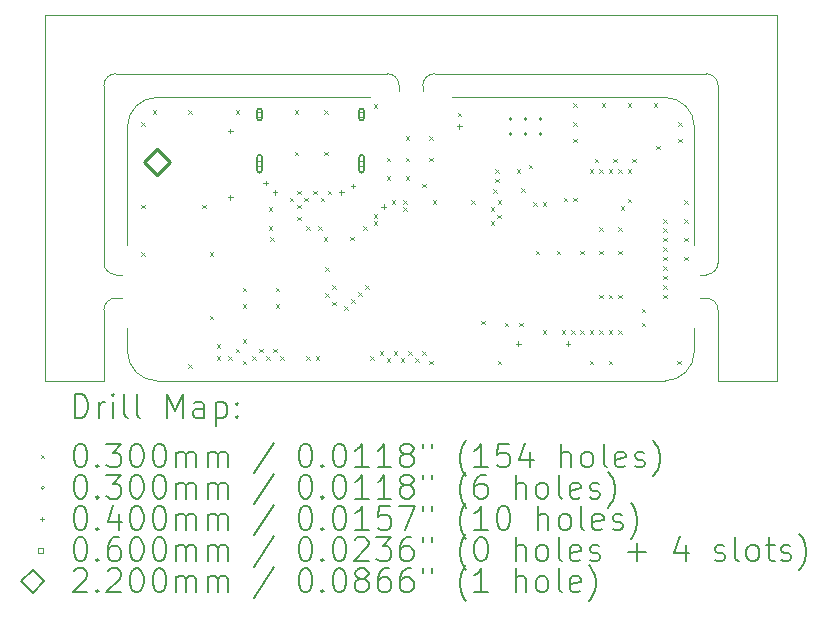
<source format=gbr>
%FSLAX45Y45*%
G04 Gerber Fmt 4.5, Leading zero omitted, Abs format (unit mm)*
G04 Created by KiCad (PCBNEW (6.0.4-0)) date 2022-04-22 14:06:36*
%MOMM*%
%LPD*%
G01*
G04 APERTURE LIST*
%TA.AperFunction,Profile*%
%ADD10C,0.050000*%
%TD*%
%ADD11C,0.200000*%
%ADD12C,0.030000*%
%ADD13C,0.040000*%
%ADD14C,0.060000*%
%ADD15C,0.220000*%
G04 APERTURE END LIST*
D10*
X18350000Y-14575000D02*
X20650000Y-14575000D01*
X20500000Y-14775000D02*
X18700000Y-14775000D01*
X18250000Y-16175000D02*
G75*
G03*
X18350000Y-16275000I100000J0D01*
G01*
X17750000Y-17175000D02*
X18250000Y-17175000D01*
X20750000Y-14725000D02*
X20750000Y-14675000D01*
X23250000Y-16025000D02*
X23250000Y-15025000D01*
X23000000Y-17175000D02*
G75*
G03*
X23250000Y-16925000I0J250000D01*
G01*
X18400000Y-16475000D02*
X18350000Y-16475000D01*
X18400000Y-16275000D02*
X18350000Y-16275000D01*
X23250000Y-16925000D02*
X23250000Y-16725000D01*
X18450000Y-16925000D02*
G75*
G03*
X18700000Y-17175000I250000J0D01*
G01*
X23000000Y-17175000D02*
X18700000Y-17175000D01*
X23950000Y-14075000D02*
X23950000Y-14775000D01*
X23300000Y-16275000D02*
X23350000Y-16275000D01*
X23350000Y-16275000D02*
G75*
G03*
X23450000Y-16175000I0J100000D01*
G01*
X23450000Y-16575000D02*
X23450000Y-17175000D01*
X21050000Y-14575000D02*
G75*
G03*
X20950000Y-14675000I0J-100000D01*
G01*
X23450000Y-14675000D02*
G75*
G03*
X23350000Y-14575000I-100000J0D01*
G01*
X17750000Y-14775000D02*
X17750000Y-14075000D01*
X18250000Y-16175000D02*
X18250000Y-14775000D01*
X18350000Y-14575000D02*
G75*
G03*
X18250000Y-14675000I0J-100000D01*
G01*
X23450000Y-14675000D02*
X23450000Y-16175000D01*
X21050000Y-14575000D02*
X23350000Y-14575000D01*
X23950000Y-17175000D02*
X23950000Y-14775000D01*
X23300000Y-16475000D02*
X23350000Y-16475000D01*
X18350000Y-16475000D02*
G75*
G03*
X18250000Y-16575000I0J-100000D01*
G01*
X18700000Y-14775000D02*
G75*
G03*
X18450000Y-15025000I0J-250000D01*
G01*
X20750000Y-14675000D02*
G75*
G03*
X20650000Y-14575000I-100000J0D01*
G01*
X18250000Y-14775000D02*
X18250000Y-14675000D01*
X23450000Y-17175000D02*
X23950000Y-17175000D01*
X21200000Y-14775000D02*
X23000000Y-14775000D01*
X20950000Y-14725000D02*
X20950000Y-14675000D01*
X17750000Y-14075000D02*
X23950000Y-14075000D01*
X18450000Y-15025000D02*
X18450000Y-16025000D01*
X23250000Y-15025000D02*
G75*
G03*
X23000000Y-14775000I-250000J0D01*
G01*
X17750000Y-14775000D02*
X17750000Y-17175000D01*
X18450000Y-16725000D02*
X18450000Y-16925000D01*
X23450000Y-16575000D02*
G75*
G03*
X23350000Y-16475000I-100000J0D01*
G01*
X18250000Y-17175000D02*
X18250000Y-16575000D01*
D11*
D12*
X18565000Y-14985000D02*
X18595000Y-15015000D01*
X18595000Y-14985000D02*
X18565000Y-15015000D01*
X18565000Y-15685000D02*
X18595000Y-15715000D01*
X18595000Y-15685000D02*
X18565000Y-15715000D01*
X18565000Y-16085000D02*
X18595000Y-16115000D01*
X18595000Y-16085000D02*
X18565000Y-16115000D01*
X18665000Y-14885000D02*
X18695000Y-14915000D01*
X18695000Y-14885000D02*
X18665000Y-14915000D01*
X18965000Y-14885000D02*
X18995000Y-14915000D01*
X18995000Y-14885000D02*
X18965000Y-14915000D01*
X18965000Y-17035000D02*
X18995000Y-17065000D01*
X18995000Y-17035000D02*
X18965000Y-17065000D01*
X19085000Y-15685000D02*
X19115000Y-15715000D01*
X19115000Y-15685000D02*
X19085000Y-15715000D01*
X19145000Y-16085000D02*
X19175000Y-16115000D01*
X19175000Y-16085000D02*
X19145000Y-16115000D01*
X19145000Y-16625000D02*
X19175000Y-16655000D01*
X19175000Y-16625000D02*
X19145000Y-16655000D01*
X19205000Y-16865000D02*
X19235000Y-16895000D01*
X19235000Y-16865000D02*
X19205000Y-16895000D01*
X19205000Y-16965000D02*
X19235000Y-16995000D01*
X19235000Y-16965000D02*
X19205000Y-16995000D01*
X19305000Y-16965000D02*
X19335000Y-16995000D01*
X19335000Y-16965000D02*
X19305000Y-16995000D01*
X19365000Y-14885000D02*
X19395000Y-14915000D01*
X19395000Y-14885000D02*
X19365000Y-14915000D01*
X19365000Y-16905000D02*
X19395000Y-16935000D01*
X19395000Y-16905000D02*
X19365000Y-16935000D01*
X19425000Y-16385000D02*
X19455000Y-16415000D01*
X19455000Y-16385000D02*
X19425000Y-16415000D01*
X19425000Y-16525000D02*
X19455000Y-16555000D01*
X19455000Y-16525000D02*
X19425000Y-16555000D01*
X19425000Y-16825000D02*
X19455000Y-16855000D01*
X19455000Y-16825000D02*
X19425000Y-16855000D01*
X19425000Y-17005000D02*
X19455000Y-17035000D01*
X19455000Y-17005000D02*
X19425000Y-17035000D01*
X19505000Y-16965000D02*
X19535000Y-16995000D01*
X19535000Y-16965000D02*
X19505000Y-16995000D01*
X19565000Y-16905000D02*
X19595000Y-16935000D01*
X19595000Y-16905000D02*
X19565000Y-16935000D01*
X19625000Y-16965000D02*
X19655000Y-16995000D01*
X19655000Y-16965000D02*
X19625000Y-16995000D01*
X19645000Y-15705000D02*
X19675000Y-15735000D01*
X19675000Y-15705000D02*
X19645000Y-15735000D01*
X19645000Y-15865000D02*
X19675000Y-15895000D01*
X19675000Y-15865000D02*
X19645000Y-15895000D01*
X19660000Y-15960000D02*
X19690000Y-15990000D01*
X19690000Y-15960000D02*
X19660000Y-15990000D01*
X19685000Y-16905000D02*
X19715000Y-16935000D01*
X19715000Y-16905000D02*
X19685000Y-16935000D01*
X19705000Y-16385000D02*
X19735000Y-16415000D01*
X19735000Y-16385000D02*
X19705000Y-16415000D01*
X19705000Y-16525000D02*
X19735000Y-16555000D01*
X19735000Y-16525000D02*
X19705000Y-16555000D01*
X19745000Y-16965000D02*
X19775000Y-16995000D01*
X19775000Y-16965000D02*
X19745000Y-16995000D01*
X19825000Y-15625000D02*
X19855000Y-15655000D01*
X19855000Y-15625000D02*
X19825000Y-15655000D01*
X19865000Y-14885000D02*
X19895000Y-14915000D01*
X19895000Y-14885000D02*
X19865000Y-14915000D01*
X19865000Y-15235000D02*
X19895000Y-15265000D01*
X19895000Y-15235000D02*
X19865000Y-15265000D01*
X19885000Y-15565000D02*
X19915000Y-15595000D01*
X19915000Y-15565000D02*
X19885000Y-15595000D01*
X19885000Y-15685000D02*
X19915000Y-15715000D01*
X19915000Y-15685000D02*
X19885000Y-15715000D01*
X19885000Y-15785000D02*
X19915000Y-15815000D01*
X19915000Y-15785000D02*
X19885000Y-15815000D01*
X19945000Y-15625000D02*
X19975000Y-15655000D01*
X19975000Y-15625000D02*
X19945000Y-15655000D01*
X19965000Y-15865000D02*
X19995000Y-15895000D01*
X19995000Y-15865000D02*
X19965000Y-15895000D01*
X19965000Y-16965000D02*
X19995000Y-16995000D01*
X19995000Y-16965000D02*
X19965000Y-16995000D01*
X20025000Y-15565000D02*
X20055000Y-15595000D01*
X20055000Y-15565000D02*
X20025000Y-15595000D01*
X20045000Y-16965000D02*
X20075000Y-16995000D01*
X20075000Y-16965000D02*
X20045000Y-16995000D01*
X20065000Y-15865000D02*
X20095000Y-15895000D01*
X20095000Y-15865000D02*
X20065000Y-15895000D01*
X20085000Y-15625000D02*
X20115000Y-15655000D01*
X20115000Y-15625000D02*
X20085000Y-15655000D01*
X20110000Y-15960000D02*
X20140000Y-15990000D01*
X20140000Y-15960000D02*
X20110000Y-15990000D01*
X20115000Y-14885000D02*
X20145000Y-14915000D01*
X20145000Y-14885000D02*
X20115000Y-14915000D01*
X20115000Y-15235000D02*
X20145000Y-15265000D01*
X20145000Y-15235000D02*
X20115000Y-15265000D01*
X20125000Y-16215000D02*
X20155000Y-16245000D01*
X20155000Y-16215000D02*
X20125000Y-16245000D01*
X20125000Y-16435000D02*
X20155000Y-16465000D01*
X20155000Y-16435000D02*
X20125000Y-16465000D01*
X20145000Y-15565000D02*
X20175000Y-15595000D01*
X20175000Y-15565000D02*
X20145000Y-15595000D01*
X20185000Y-16365000D02*
X20215000Y-16395000D01*
X20215000Y-16365000D02*
X20185000Y-16395000D01*
X20185000Y-16505000D02*
X20215000Y-16535000D01*
X20215000Y-16505000D02*
X20185000Y-16535000D01*
X20285000Y-16545000D02*
X20315000Y-16575000D01*
X20315000Y-16545000D02*
X20285000Y-16575000D01*
X20335000Y-15955000D02*
X20365000Y-15985000D01*
X20365000Y-15955000D02*
X20335000Y-15985000D01*
X20345000Y-16485000D02*
X20375000Y-16515000D01*
X20375000Y-16485000D02*
X20345000Y-16515000D01*
X20405000Y-16425000D02*
X20435000Y-16455000D01*
X20435000Y-16425000D02*
X20405000Y-16455000D01*
X20445000Y-15865000D02*
X20475000Y-15895000D01*
X20475000Y-15865000D02*
X20445000Y-15895000D01*
X20465000Y-16365000D02*
X20495000Y-16395000D01*
X20495000Y-16365000D02*
X20465000Y-16395000D01*
X20505000Y-16965000D02*
X20535000Y-16995000D01*
X20535000Y-16965000D02*
X20505000Y-16995000D01*
X20535000Y-14835000D02*
X20565000Y-14865000D01*
X20565000Y-14835000D02*
X20535000Y-14865000D01*
X20535000Y-15765000D02*
X20565000Y-15795000D01*
X20565000Y-15765000D02*
X20535000Y-15795000D01*
X20535000Y-15825000D02*
X20565000Y-15855000D01*
X20565000Y-15825000D02*
X20535000Y-15855000D01*
X20585000Y-16925000D02*
X20615000Y-16955000D01*
X20615000Y-16925000D02*
X20585000Y-16955000D01*
X20645000Y-15285000D02*
X20675000Y-15315000D01*
X20675000Y-15285000D02*
X20645000Y-15315000D01*
X20645000Y-15445000D02*
X20675000Y-15475000D01*
X20675000Y-15445000D02*
X20645000Y-15475000D01*
X20645000Y-16985000D02*
X20675000Y-17015000D01*
X20675000Y-16985000D02*
X20645000Y-17015000D01*
X20685454Y-15644773D02*
X20715454Y-15674773D01*
X20715454Y-15644773D02*
X20685454Y-15674773D01*
X20705000Y-16925000D02*
X20735000Y-16955000D01*
X20735000Y-16925000D02*
X20705000Y-16955000D01*
X20765000Y-16985000D02*
X20795000Y-17015000D01*
X20795000Y-16985000D02*
X20765000Y-17015000D01*
X20785000Y-15645000D02*
X20815000Y-15675000D01*
X20815000Y-15645000D02*
X20785000Y-15675000D01*
X20785000Y-15705000D02*
X20815000Y-15735000D01*
X20815000Y-15705000D02*
X20785000Y-15735000D01*
X20805000Y-15105000D02*
X20835000Y-15135000D01*
X20835000Y-15105000D02*
X20805000Y-15135000D01*
X20805000Y-15285000D02*
X20835000Y-15315000D01*
X20835000Y-15285000D02*
X20805000Y-15315000D01*
X20805000Y-15445000D02*
X20835000Y-15475000D01*
X20835000Y-15445000D02*
X20805000Y-15475000D01*
X20825000Y-16925000D02*
X20855000Y-16955000D01*
X20855000Y-16925000D02*
X20825000Y-16955000D01*
X20885000Y-16985000D02*
X20915000Y-17015000D01*
X20915000Y-16985000D02*
X20885000Y-17015000D01*
X20945000Y-15505000D02*
X20975000Y-15535000D01*
X20975000Y-15505000D02*
X20945000Y-15535000D01*
X20945000Y-16925000D02*
X20975000Y-16955000D01*
X20975000Y-16925000D02*
X20945000Y-16955000D01*
X21005000Y-15105000D02*
X21035000Y-15135000D01*
X21035000Y-15105000D02*
X21005000Y-15135000D01*
X21005000Y-15285000D02*
X21035000Y-15315000D01*
X21035000Y-15285000D02*
X21005000Y-15315000D01*
X21005000Y-17005000D02*
X21035000Y-17035000D01*
X21035000Y-17005000D02*
X21005000Y-17035000D01*
X21035000Y-15645000D02*
X21065000Y-15675000D01*
X21065000Y-15645000D02*
X21035000Y-15675000D01*
X21245000Y-14905000D02*
X21275000Y-14935000D01*
X21275000Y-14905000D02*
X21245000Y-14935000D01*
X21360000Y-15645000D02*
X21390000Y-15675000D01*
X21390000Y-15645000D02*
X21360000Y-15675000D01*
X21445000Y-16665000D02*
X21475000Y-16695000D01*
X21475000Y-16665000D02*
X21445000Y-16695000D01*
X21525000Y-15705000D02*
X21555000Y-15735000D01*
X21555000Y-15705000D02*
X21525000Y-15735000D01*
X21525000Y-15825000D02*
X21555000Y-15855000D01*
X21555000Y-15825000D02*
X21525000Y-15855000D01*
X21545000Y-15555000D02*
X21575000Y-15585000D01*
X21575000Y-15555000D02*
X21545000Y-15585000D01*
X21565000Y-15385000D02*
X21595000Y-15415000D01*
X21595000Y-15385000D02*
X21565000Y-15415000D01*
X21565000Y-15465000D02*
X21595000Y-15495000D01*
X21595000Y-15465000D02*
X21565000Y-15495000D01*
X21582609Y-15767391D02*
X21612609Y-15797391D01*
X21612609Y-15767391D02*
X21582609Y-15797391D01*
X21585000Y-15645000D02*
X21615000Y-15675000D01*
X21615000Y-15645000D02*
X21585000Y-15675000D01*
X21585000Y-17005000D02*
X21615000Y-17035000D01*
X21615000Y-17005000D02*
X21585000Y-17035000D01*
X21645000Y-16685000D02*
X21675000Y-16715000D01*
X21675000Y-16685000D02*
X21645000Y-16715000D01*
X21745000Y-15385000D02*
X21775000Y-15415000D01*
X21775000Y-15385000D02*
X21745000Y-15415000D01*
X21765000Y-16685000D02*
X21795000Y-16715000D01*
X21795000Y-16685000D02*
X21765000Y-16715000D01*
X21785000Y-15545000D02*
X21815000Y-15575000D01*
X21815000Y-15545000D02*
X21785000Y-15575000D01*
X21846250Y-15343750D02*
X21876250Y-15373750D01*
X21876250Y-15343750D02*
X21846250Y-15373750D01*
X21885000Y-15665000D02*
X21915000Y-15695000D01*
X21915000Y-15665000D02*
X21885000Y-15695000D01*
X21905000Y-16075000D02*
X21935000Y-16105000D01*
X21935000Y-16075000D02*
X21905000Y-16105000D01*
X21965000Y-15665000D02*
X21995000Y-15695000D01*
X21995000Y-15665000D02*
X21965000Y-15695000D01*
X21965000Y-16745000D02*
X21995000Y-16775000D01*
X21995000Y-16745000D02*
X21965000Y-16775000D01*
X22085000Y-16075000D02*
X22115000Y-16105000D01*
X22115000Y-16075000D02*
X22085000Y-16105000D01*
X22125000Y-16745000D02*
X22155000Y-16775000D01*
X22155000Y-16745000D02*
X22125000Y-16775000D01*
X22145000Y-15625000D02*
X22175000Y-15655000D01*
X22175000Y-15625000D02*
X22145000Y-15655000D01*
X22205000Y-16745000D02*
X22235000Y-16775000D01*
X22235000Y-16745000D02*
X22205000Y-16775000D01*
X22225000Y-14825000D02*
X22255000Y-14855000D01*
X22255000Y-14825000D02*
X22225000Y-14855000D01*
X22225000Y-14985000D02*
X22255000Y-15015000D01*
X22255000Y-14985000D02*
X22225000Y-15015000D01*
X22225000Y-15125000D02*
X22255000Y-15155000D01*
X22255000Y-15125000D02*
X22225000Y-15155000D01*
X22225000Y-15625000D02*
X22255000Y-15655000D01*
X22255000Y-15625000D02*
X22225000Y-15655000D01*
X22285000Y-16075000D02*
X22315000Y-16105000D01*
X22315000Y-16075000D02*
X22285000Y-16105000D01*
X22285000Y-16745000D02*
X22315000Y-16775000D01*
X22315000Y-16745000D02*
X22285000Y-16775000D01*
X22365000Y-15384950D02*
X22395000Y-15414950D01*
X22395000Y-15384950D02*
X22365000Y-15414950D01*
X22365000Y-16745000D02*
X22395000Y-16775000D01*
X22395000Y-16745000D02*
X22365000Y-16775000D01*
X22365000Y-17005000D02*
X22395000Y-17035000D01*
X22395000Y-17005000D02*
X22365000Y-17035000D01*
X22405000Y-15295000D02*
X22435000Y-15325000D01*
X22435000Y-15295000D02*
X22405000Y-15325000D01*
X22445000Y-15385000D02*
X22475000Y-15415000D01*
X22475000Y-15385000D02*
X22445000Y-15415000D01*
X22445000Y-15875000D02*
X22475000Y-15905000D01*
X22475000Y-15875000D02*
X22445000Y-15905000D01*
X22445000Y-16075000D02*
X22475000Y-16105000D01*
X22475000Y-16075000D02*
X22445000Y-16105000D01*
X22445000Y-16445000D02*
X22475000Y-16475000D01*
X22475000Y-16445000D02*
X22445000Y-16475000D01*
X22445000Y-16745000D02*
X22475000Y-16775000D01*
X22475000Y-16745000D02*
X22445000Y-16775000D01*
X22465000Y-14825000D02*
X22495000Y-14855000D01*
X22495000Y-14825000D02*
X22465000Y-14855000D01*
X22525000Y-15385000D02*
X22555000Y-15415000D01*
X22555000Y-15385000D02*
X22525000Y-15415000D01*
X22525000Y-16445000D02*
X22555000Y-16475000D01*
X22555000Y-16445000D02*
X22525000Y-16475000D01*
X22525000Y-16745000D02*
X22555000Y-16775000D01*
X22555000Y-16745000D02*
X22525000Y-16775000D01*
X22525000Y-17005000D02*
X22555000Y-17035000D01*
X22555000Y-17005000D02*
X22525000Y-17035000D01*
X22565000Y-15295000D02*
X22595000Y-15325000D01*
X22595000Y-15295000D02*
X22565000Y-15325000D01*
X22605000Y-15385000D02*
X22635000Y-15415000D01*
X22635000Y-15385000D02*
X22605000Y-15415000D01*
X22605000Y-15875000D02*
X22635000Y-15905000D01*
X22635000Y-15875000D02*
X22605000Y-15905000D01*
X22605000Y-16075000D02*
X22635000Y-16105000D01*
X22635000Y-16075000D02*
X22605000Y-16105000D01*
X22605000Y-16445000D02*
X22635000Y-16475000D01*
X22635000Y-16445000D02*
X22605000Y-16475000D01*
X22605000Y-16745000D02*
X22635000Y-16775000D01*
X22635000Y-16745000D02*
X22605000Y-16775000D01*
X22625000Y-15695000D02*
X22655000Y-15725000D01*
X22655000Y-15695000D02*
X22625000Y-15725000D01*
X22685000Y-14825000D02*
X22715000Y-14855000D01*
X22715000Y-14825000D02*
X22685000Y-14855000D01*
X22685000Y-15385000D02*
X22715000Y-15415000D01*
X22715000Y-15385000D02*
X22685000Y-15415000D01*
X22685000Y-15635000D02*
X22715000Y-15665000D01*
X22715000Y-15635000D02*
X22685000Y-15665000D01*
X22725000Y-15295000D02*
X22755000Y-15325000D01*
X22755000Y-15295000D02*
X22725000Y-15325000D01*
X22805000Y-16565000D02*
X22835000Y-16595000D01*
X22835000Y-16565000D02*
X22805000Y-16595000D01*
X22805000Y-16685000D02*
X22835000Y-16715000D01*
X22835000Y-16685000D02*
X22805000Y-16715000D01*
X22905000Y-14825000D02*
X22935000Y-14855000D01*
X22935000Y-14825000D02*
X22905000Y-14855000D01*
X22925000Y-15185000D02*
X22955000Y-15215000D01*
X22955000Y-15185000D02*
X22925000Y-15215000D01*
X22985000Y-15805000D02*
X23015000Y-15835000D01*
X23015000Y-15805000D02*
X22985000Y-15835000D01*
X22985000Y-15885000D02*
X23015000Y-15915000D01*
X23015000Y-15885000D02*
X22985000Y-15915000D01*
X22985000Y-15965000D02*
X23015000Y-15995000D01*
X23015000Y-15965000D02*
X22985000Y-15995000D01*
X22985000Y-16045000D02*
X23015000Y-16075000D01*
X23015000Y-16045000D02*
X22985000Y-16075000D01*
X22985000Y-16125000D02*
X23015000Y-16155000D01*
X23015000Y-16125000D02*
X22985000Y-16155000D01*
X22985000Y-16205000D02*
X23015000Y-16235000D01*
X23015000Y-16205000D02*
X22985000Y-16235000D01*
X22985000Y-16285000D02*
X23015000Y-16315000D01*
X23015000Y-16285000D02*
X22985000Y-16315000D01*
X22985000Y-16365000D02*
X23015000Y-16395000D01*
X23015000Y-16365000D02*
X22985000Y-16395000D01*
X22985000Y-16445000D02*
X23015000Y-16475000D01*
X23015000Y-16445000D02*
X22985000Y-16475000D01*
X23105000Y-17005000D02*
X23135000Y-17035000D01*
X23135000Y-17005000D02*
X23105000Y-17035000D01*
X23115000Y-14985000D02*
X23145000Y-15015000D01*
X23145000Y-14985000D02*
X23115000Y-15015000D01*
X23115000Y-15125000D02*
X23145000Y-15155000D01*
X23145000Y-15125000D02*
X23115000Y-15155000D01*
X23165000Y-15645000D02*
X23195000Y-15675000D01*
X23195000Y-15645000D02*
X23165000Y-15675000D01*
X23165000Y-15805000D02*
X23195000Y-15835000D01*
X23195000Y-15805000D02*
X23165000Y-15835000D01*
X23165000Y-15965000D02*
X23195000Y-15995000D01*
X23195000Y-15965000D02*
X23165000Y-15995000D01*
X23165000Y-16125000D02*
X23195000Y-16155000D01*
X23195000Y-16125000D02*
X23165000Y-16155000D01*
X21708000Y-14956500D02*
G75*
G03*
X21708000Y-14956500I-15000J0D01*
G01*
X21708000Y-15083500D02*
G75*
G03*
X21708000Y-15083500I-15000J0D01*
G01*
X21835000Y-14956500D02*
G75*
G03*
X21835000Y-14956500I-15000J0D01*
G01*
X21835000Y-15083500D02*
G75*
G03*
X21835000Y-15083500I-15000J0D01*
G01*
X21962000Y-14956500D02*
G75*
G03*
X21962000Y-14956500I-15000J0D01*
G01*
X21962000Y-15083500D02*
G75*
G03*
X21962000Y-15083500I-15000J0D01*
G01*
D13*
X19320000Y-15040000D02*
X19320000Y-15080000D01*
X19300000Y-15060000D02*
X19340000Y-15060000D01*
X19320000Y-15600000D02*
X19320000Y-15640000D01*
X19300000Y-15620000D02*
X19340000Y-15620000D01*
X19620000Y-15480000D02*
X19620000Y-15520000D01*
X19600000Y-15500000D02*
X19640000Y-15500000D01*
X19700000Y-15560000D02*
X19700000Y-15600000D01*
X19680000Y-15580000D02*
X19720000Y-15580000D01*
X20260000Y-15560000D02*
X20260000Y-15600000D01*
X20240000Y-15580000D02*
X20280000Y-15580000D01*
X20360000Y-15505000D02*
X20360000Y-15545000D01*
X20340000Y-15525000D02*
X20380000Y-15525000D01*
X20620000Y-15680000D02*
X20620000Y-15720000D01*
X20600000Y-15700000D02*
X20640000Y-15700000D01*
X21260000Y-15000000D02*
X21260000Y-15040000D01*
X21240000Y-15020000D02*
X21280000Y-15020000D01*
X21760000Y-16840000D02*
X21760000Y-16880000D01*
X21740000Y-16860000D02*
X21780000Y-16860000D01*
X22180000Y-16840000D02*
X22180000Y-16880000D01*
X22160000Y-16860000D02*
X22200000Y-16860000D01*
D14*
X19589213Y-14941213D02*
X19589213Y-14898786D01*
X19546787Y-14898786D01*
X19546787Y-14941213D01*
X19589213Y-14941213D01*
D11*
X19548000Y-14890000D02*
X19548000Y-14950000D01*
X19588000Y-14890000D02*
X19588000Y-14950000D01*
X19548000Y-14950000D02*
G75*
G03*
X19588000Y-14950000I20000J0D01*
G01*
X19588000Y-14890000D02*
G75*
G03*
X19548000Y-14890000I-20000J0D01*
G01*
D14*
X19589213Y-15359213D02*
X19589213Y-15316786D01*
X19546787Y-15316786D01*
X19546787Y-15359213D01*
X19589213Y-15359213D01*
D11*
X19548000Y-15283000D02*
X19548000Y-15393000D01*
X19588000Y-15283000D02*
X19588000Y-15393000D01*
X19548000Y-15393000D02*
G75*
G03*
X19588000Y-15393000I20000J0D01*
G01*
X19588000Y-15283000D02*
G75*
G03*
X19548000Y-15283000I-20000J0D01*
G01*
D14*
X20453213Y-14941213D02*
X20453213Y-14898786D01*
X20410787Y-14898786D01*
X20410787Y-14941213D01*
X20453213Y-14941213D01*
D11*
X20412000Y-14890000D02*
X20412000Y-14950000D01*
X20452000Y-14890000D02*
X20452000Y-14950000D01*
X20412000Y-14950000D02*
G75*
G03*
X20452000Y-14950000I20000J0D01*
G01*
X20452000Y-14890000D02*
G75*
G03*
X20412000Y-14890000I-20000J0D01*
G01*
D14*
X20453213Y-15359213D02*
X20453213Y-15316786D01*
X20410787Y-15316786D01*
X20410787Y-15359213D01*
X20453213Y-15359213D01*
D11*
X20412000Y-15283000D02*
X20412000Y-15393000D01*
X20452000Y-15283000D02*
X20452000Y-15393000D01*
X20412000Y-15393000D02*
G75*
G03*
X20452000Y-15393000I20000J0D01*
G01*
X20452000Y-15283000D02*
G75*
G03*
X20412000Y-15283000I-20000J0D01*
G01*
D15*
X18700000Y-15435000D02*
X18810000Y-15325000D01*
X18700000Y-15215000D01*
X18590000Y-15325000D01*
X18700000Y-15435000D01*
D11*
X18005119Y-17487976D02*
X18005119Y-17287976D01*
X18052738Y-17287976D01*
X18081310Y-17297500D01*
X18100357Y-17316548D01*
X18109881Y-17335595D01*
X18119405Y-17373690D01*
X18119405Y-17402262D01*
X18109881Y-17440357D01*
X18100357Y-17459405D01*
X18081310Y-17478452D01*
X18052738Y-17487976D01*
X18005119Y-17487976D01*
X18205119Y-17487976D02*
X18205119Y-17354643D01*
X18205119Y-17392738D02*
X18214643Y-17373690D01*
X18224167Y-17364167D01*
X18243214Y-17354643D01*
X18262262Y-17354643D01*
X18328929Y-17487976D02*
X18328929Y-17354643D01*
X18328929Y-17287976D02*
X18319405Y-17297500D01*
X18328929Y-17307024D01*
X18338452Y-17297500D01*
X18328929Y-17287976D01*
X18328929Y-17307024D01*
X18452738Y-17487976D02*
X18433690Y-17478452D01*
X18424167Y-17459405D01*
X18424167Y-17287976D01*
X18557500Y-17487976D02*
X18538452Y-17478452D01*
X18528929Y-17459405D01*
X18528929Y-17287976D01*
X18786071Y-17487976D02*
X18786071Y-17287976D01*
X18852738Y-17430833D01*
X18919405Y-17287976D01*
X18919405Y-17487976D01*
X19100357Y-17487976D02*
X19100357Y-17383214D01*
X19090833Y-17364167D01*
X19071786Y-17354643D01*
X19033690Y-17354643D01*
X19014643Y-17364167D01*
X19100357Y-17478452D02*
X19081310Y-17487976D01*
X19033690Y-17487976D01*
X19014643Y-17478452D01*
X19005119Y-17459405D01*
X19005119Y-17440357D01*
X19014643Y-17421310D01*
X19033690Y-17411786D01*
X19081310Y-17411786D01*
X19100357Y-17402262D01*
X19195595Y-17354643D02*
X19195595Y-17554643D01*
X19195595Y-17364167D02*
X19214643Y-17354643D01*
X19252738Y-17354643D01*
X19271786Y-17364167D01*
X19281310Y-17373690D01*
X19290833Y-17392738D01*
X19290833Y-17449881D01*
X19281310Y-17468929D01*
X19271786Y-17478452D01*
X19252738Y-17487976D01*
X19214643Y-17487976D01*
X19195595Y-17478452D01*
X19376548Y-17468929D02*
X19386071Y-17478452D01*
X19376548Y-17487976D01*
X19367024Y-17478452D01*
X19376548Y-17468929D01*
X19376548Y-17487976D01*
X19376548Y-17364167D02*
X19386071Y-17373690D01*
X19376548Y-17383214D01*
X19367024Y-17373690D01*
X19376548Y-17364167D01*
X19376548Y-17383214D01*
D12*
X17717500Y-17802500D02*
X17747500Y-17832500D01*
X17747500Y-17802500D02*
X17717500Y-17832500D01*
D11*
X18043214Y-17707976D02*
X18062262Y-17707976D01*
X18081310Y-17717500D01*
X18090833Y-17727024D01*
X18100357Y-17746071D01*
X18109881Y-17784167D01*
X18109881Y-17831786D01*
X18100357Y-17869881D01*
X18090833Y-17888929D01*
X18081310Y-17898452D01*
X18062262Y-17907976D01*
X18043214Y-17907976D01*
X18024167Y-17898452D01*
X18014643Y-17888929D01*
X18005119Y-17869881D01*
X17995595Y-17831786D01*
X17995595Y-17784167D01*
X18005119Y-17746071D01*
X18014643Y-17727024D01*
X18024167Y-17717500D01*
X18043214Y-17707976D01*
X18195595Y-17888929D02*
X18205119Y-17898452D01*
X18195595Y-17907976D01*
X18186071Y-17898452D01*
X18195595Y-17888929D01*
X18195595Y-17907976D01*
X18271786Y-17707976D02*
X18395595Y-17707976D01*
X18328929Y-17784167D01*
X18357500Y-17784167D01*
X18376548Y-17793690D01*
X18386071Y-17803214D01*
X18395595Y-17822262D01*
X18395595Y-17869881D01*
X18386071Y-17888929D01*
X18376548Y-17898452D01*
X18357500Y-17907976D01*
X18300357Y-17907976D01*
X18281310Y-17898452D01*
X18271786Y-17888929D01*
X18519405Y-17707976D02*
X18538452Y-17707976D01*
X18557500Y-17717500D01*
X18567024Y-17727024D01*
X18576548Y-17746071D01*
X18586071Y-17784167D01*
X18586071Y-17831786D01*
X18576548Y-17869881D01*
X18567024Y-17888929D01*
X18557500Y-17898452D01*
X18538452Y-17907976D01*
X18519405Y-17907976D01*
X18500357Y-17898452D01*
X18490833Y-17888929D01*
X18481310Y-17869881D01*
X18471786Y-17831786D01*
X18471786Y-17784167D01*
X18481310Y-17746071D01*
X18490833Y-17727024D01*
X18500357Y-17717500D01*
X18519405Y-17707976D01*
X18709881Y-17707976D02*
X18728929Y-17707976D01*
X18747976Y-17717500D01*
X18757500Y-17727024D01*
X18767024Y-17746071D01*
X18776548Y-17784167D01*
X18776548Y-17831786D01*
X18767024Y-17869881D01*
X18757500Y-17888929D01*
X18747976Y-17898452D01*
X18728929Y-17907976D01*
X18709881Y-17907976D01*
X18690833Y-17898452D01*
X18681310Y-17888929D01*
X18671786Y-17869881D01*
X18662262Y-17831786D01*
X18662262Y-17784167D01*
X18671786Y-17746071D01*
X18681310Y-17727024D01*
X18690833Y-17717500D01*
X18709881Y-17707976D01*
X18862262Y-17907976D02*
X18862262Y-17774643D01*
X18862262Y-17793690D02*
X18871786Y-17784167D01*
X18890833Y-17774643D01*
X18919405Y-17774643D01*
X18938452Y-17784167D01*
X18947976Y-17803214D01*
X18947976Y-17907976D01*
X18947976Y-17803214D02*
X18957500Y-17784167D01*
X18976548Y-17774643D01*
X19005119Y-17774643D01*
X19024167Y-17784167D01*
X19033690Y-17803214D01*
X19033690Y-17907976D01*
X19128929Y-17907976D02*
X19128929Y-17774643D01*
X19128929Y-17793690D02*
X19138452Y-17784167D01*
X19157500Y-17774643D01*
X19186071Y-17774643D01*
X19205119Y-17784167D01*
X19214643Y-17803214D01*
X19214643Y-17907976D01*
X19214643Y-17803214D02*
X19224167Y-17784167D01*
X19243214Y-17774643D01*
X19271786Y-17774643D01*
X19290833Y-17784167D01*
X19300357Y-17803214D01*
X19300357Y-17907976D01*
X19690833Y-17698452D02*
X19519405Y-17955595D01*
X19947976Y-17707976D02*
X19967024Y-17707976D01*
X19986071Y-17717500D01*
X19995595Y-17727024D01*
X20005119Y-17746071D01*
X20014643Y-17784167D01*
X20014643Y-17831786D01*
X20005119Y-17869881D01*
X19995595Y-17888929D01*
X19986071Y-17898452D01*
X19967024Y-17907976D01*
X19947976Y-17907976D01*
X19928929Y-17898452D01*
X19919405Y-17888929D01*
X19909881Y-17869881D01*
X19900357Y-17831786D01*
X19900357Y-17784167D01*
X19909881Y-17746071D01*
X19919405Y-17727024D01*
X19928929Y-17717500D01*
X19947976Y-17707976D01*
X20100357Y-17888929D02*
X20109881Y-17898452D01*
X20100357Y-17907976D01*
X20090833Y-17898452D01*
X20100357Y-17888929D01*
X20100357Y-17907976D01*
X20233690Y-17707976D02*
X20252738Y-17707976D01*
X20271786Y-17717500D01*
X20281310Y-17727024D01*
X20290833Y-17746071D01*
X20300357Y-17784167D01*
X20300357Y-17831786D01*
X20290833Y-17869881D01*
X20281310Y-17888929D01*
X20271786Y-17898452D01*
X20252738Y-17907976D01*
X20233690Y-17907976D01*
X20214643Y-17898452D01*
X20205119Y-17888929D01*
X20195595Y-17869881D01*
X20186071Y-17831786D01*
X20186071Y-17784167D01*
X20195595Y-17746071D01*
X20205119Y-17727024D01*
X20214643Y-17717500D01*
X20233690Y-17707976D01*
X20490833Y-17907976D02*
X20376548Y-17907976D01*
X20433690Y-17907976D02*
X20433690Y-17707976D01*
X20414643Y-17736548D01*
X20395595Y-17755595D01*
X20376548Y-17765119D01*
X20681310Y-17907976D02*
X20567024Y-17907976D01*
X20624167Y-17907976D02*
X20624167Y-17707976D01*
X20605119Y-17736548D01*
X20586071Y-17755595D01*
X20567024Y-17765119D01*
X20795595Y-17793690D02*
X20776548Y-17784167D01*
X20767024Y-17774643D01*
X20757500Y-17755595D01*
X20757500Y-17746071D01*
X20767024Y-17727024D01*
X20776548Y-17717500D01*
X20795595Y-17707976D01*
X20833690Y-17707976D01*
X20852738Y-17717500D01*
X20862262Y-17727024D01*
X20871786Y-17746071D01*
X20871786Y-17755595D01*
X20862262Y-17774643D01*
X20852738Y-17784167D01*
X20833690Y-17793690D01*
X20795595Y-17793690D01*
X20776548Y-17803214D01*
X20767024Y-17812738D01*
X20757500Y-17831786D01*
X20757500Y-17869881D01*
X20767024Y-17888929D01*
X20776548Y-17898452D01*
X20795595Y-17907976D01*
X20833690Y-17907976D01*
X20852738Y-17898452D01*
X20862262Y-17888929D01*
X20871786Y-17869881D01*
X20871786Y-17831786D01*
X20862262Y-17812738D01*
X20852738Y-17803214D01*
X20833690Y-17793690D01*
X20947976Y-17707976D02*
X20947976Y-17746071D01*
X21024167Y-17707976D02*
X21024167Y-17746071D01*
X21319405Y-17984167D02*
X21309881Y-17974643D01*
X21290833Y-17946071D01*
X21281310Y-17927024D01*
X21271786Y-17898452D01*
X21262262Y-17850833D01*
X21262262Y-17812738D01*
X21271786Y-17765119D01*
X21281310Y-17736548D01*
X21290833Y-17717500D01*
X21309881Y-17688929D01*
X21319405Y-17679405D01*
X21500357Y-17907976D02*
X21386071Y-17907976D01*
X21443214Y-17907976D02*
X21443214Y-17707976D01*
X21424167Y-17736548D01*
X21405119Y-17755595D01*
X21386071Y-17765119D01*
X21681310Y-17707976D02*
X21586071Y-17707976D01*
X21576548Y-17803214D01*
X21586071Y-17793690D01*
X21605119Y-17784167D01*
X21652738Y-17784167D01*
X21671786Y-17793690D01*
X21681310Y-17803214D01*
X21690833Y-17822262D01*
X21690833Y-17869881D01*
X21681310Y-17888929D01*
X21671786Y-17898452D01*
X21652738Y-17907976D01*
X21605119Y-17907976D01*
X21586071Y-17898452D01*
X21576548Y-17888929D01*
X21862262Y-17774643D02*
X21862262Y-17907976D01*
X21814643Y-17698452D02*
X21767024Y-17841310D01*
X21890833Y-17841310D01*
X22119405Y-17907976D02*
X22119405Y-17707976D01*
X22205119Y-17907976D02*
X22205119Y-17803214D01*
X22195595Y-17784167D01*
X22176548Y-17774643D01*
X22147976Y-17774643D01*
X22128929Y-17784167D01*
X22119405Y-17793690D01*
X22328929Y-17907976D02*
X22309881Y-17898452D01*
X22300357Y-17888929D01*
X22290833Y-17869881D01*
X22290833Y-17812738D01*
X22300357Y-17793690D01*
X22309881Y-17784167D01*
X22328929Y-17774643D01*
X22357500Y-17774643D01*
X22376548Y-17784167D01*
X22386071Y-17793690D01*
X22395595Y-17812738D01*
X22395595Y-17869881D01*
X22386071Y-17888929D01*
X22376548Y-17898452D01*
X22357500Y-17907976D01*
X22328929Y-17907976D01*
X22509881Y-17907976D02*
X22490833Y-17898452D01*
X22481309Y-17879405D01*
X22481309Y-17707976D01*
X22662262Y-17898452D02*
X22643214Y-17907976D01*
X22605119Y-17907976D01*
X22586071Y-17898452D01*
X22576548Y-17879405D01*
X22576548Y-17803214D01*
X22586071Y-17784167D01*
X22605119Y-17774643D01*
X22643214Y-17774643D01*
X22662262Y-17784167D01*
X22671786Y-17803214D01*
X22671786Y-17822262D01*
X22576548Y-17841310D01*
X22747976Y-17898452D02*
X22767024Y-17907976D01*
X22805119Y-17907976D01*
X22824167Y-17898452D01*
X22833690Y-17879405D01*
X22833690Y-17869881D01*
X22824167Y-17850833D01*
X22805119Y-17841310D01*
X22776548Y-17841310D01*
X22757500Y-17831786D01*
X22747976Y-17812738D01*
X22747976Y-17803214D01*
X22757500Y-17784167D01*
X22776548Y-17774643D01*
X22805119Y-17774643D01*
X22824167Y-17784167D01*
X22900357Y-17984167D02*
X22909881Y-17974643D01*
X22928928Y-17946071D01*
X22938452Y-17927024D01*
X22947976Y-17898452D01*
X22957500Y-17850833D01*
X22957500Y-17812738D01*
X22947976Y-17765119D01*
X22938452Y-17736548D01*
X22928928Y-17717500D01*
X22909881Y-17688929D01*
X22900357Y-17679405D01*
D12*
X17747500Y-18081500D02*
G75*
G03*
X17747500Y-18081500I-15000J0D01*
G01*
D11*
X18043214Y-17971976D02*
X18062262Y-17971976D01*
X18081310Y-17981500D01*
X18090833Y-17991024D01*
X18100357Y-18010071D01*
X18109881Y-18048167D01*
X18109881Y-18095786D01*
X18100357Y-18133881D01*
X18090833Y-18152929D01*
X18081310Y-18162452D01*
X18062262Y-18171976D01*
X18043214Y-18171976D01*
X18024167Y-18162452D01*
X18014643Y-18152929D01*
X18005119Y-18133881D01*
X17995595Y-18095786D01*
X17995595Y-18048167D01*
X18005119Y-18010071D01*
X18014643Y-17991024D01*
X18024167Y-17981500D01*
X18043214Y-17971976D01*
X18195595Y-18152929D02*
X18205119Y-18162452D01*
X18195595Y-18171976D01*
X18186071Y-18162452D01*
X18195595Y-18152929D01*
X18195595Y-18171976D01*
X18271786Y-17971976D02*
X18395595Y-17971976D01*
X18328929Y-18048167D01*
X18357500Y-18048167D01*
X18376548Y-18057690D01*
X18386071Y-18067214D01*
X18395595Y-18086262D01*
X18395595Y-18133881D01*
X18386071Y-18152929D01*
X18376548Y-18162452D01*
X18357500Y-18171976D01*
X18300357Y-18171976D01*
X18281310Y-18162452D01*
X18271786Y-18152929D01*
X18519405Y-17971976D02*
X18538452Y-17971976D01*
X18557500Y-17981500D01*
X18567024Y-17991024D01*
X18576548Y-18010071D01*
X18586071Y-18048167D01*
X18586071Y-18095786D01*
X18576548Y-18133881D01*
X18567024Y-18152929D01*
X18557500Y-18162452D01*
X18538452Y-18171976D01*
X18519405Y-18171976D01*
X18500357Y-18162452D01*
X18490833Y-18152929D01*
X18481310Y-18133881D01*
X18471786Y-18095786D01*
X18471786Y-18048167D01*
X18481310Y-18010071D01*
X18490833Y-17991024D01*
X18500357Y-17981500D01*
X18519405Y-17971976D01*
X18709881Y-17971976D02*
X18728929Y-17971976D01*
X18747976Y-17981500D01*
X18757500Y-17991024D01*
X18767024Y-18010071D01*
X18776548Y-18048167D01*
X18776548Y-18095786D01*
X18767024Y-18133881D01*
X18757500Y-18152929D01*
X18747976Y-18162452D01*
X18728929Y-18171976D01*
X18709881Y-18171976D01*
X18690833Y-18162452D01*
X18681310Y-18152929D01*
X18671786Y-18133881D01*
X18662262Y-18095786D01*
X18662262Y-18048167D01*
X18671786Y-18010071D01*
X18681310Y-17991024D01*
X18690833Y-17981500D01*
X18709881Y-17971976D01*
X18862262Y-18171976D02*
X18862262Y-18038643D01*
X18862262Y-18057690D02*
X18871786Y-18048167D01*
X18890833Y-18038643D01*
X18919405Y-18038643D01*
X18938452Y-18048167D01*
X18947976Y-18067214D01*
X18947976Y-18171976D01*
X18947976Y-18067214D02*
X18957500Y-18048167D01*
X18976548Y-18038643D01*
X19005119Y-18038643D01*
X19024167Y-18048167D01*
X19033690Y-18067214D01*
X19033690Y-18171976D01*
X19128929Y-18171976D02*
X19128929Y-18038643D01*
X19128929Y-18057690D02*
X19138452Y-18048167D01*
X19157500Y-18038643D01*
X19186071Y-18038643D01*
X19205119Y-18048167D01*
X19214643Y-18067214D01*
X19214643Y-18171976D01*
X19214643Y-18067214D02*
X19224167Y-18048167D01*
X19243214Y-18038643D01*
X19271786Y-18038643D01*
X19290833Y-18048167D01*
X19300357Y-18067214D01*
X19300357Y-18171976D01*
X19690833Y-17962452D02*
X19519405Y-18219595D01*
X19947976Y-17971976D02*
X19967024Y-17971976D01*
X19986071Y-17981500D01*
X19995595Y-17991024D01*
X20005119Y-18010071D01*
X20014643Y-18048167D01*
X20014643Y-18095786D01*
X20005119Y-18133881D01*
X19995595Y-18152929D01*
X19986071Y-18162452D01*
X19967024Y-18171976D01*
X19947976Y-18171976D01*
X19928929Y-18162452D01*
X19919405Y-18152929D01*
X19909881Y-18133881D01*
X19900357Y-18095786D01*
X19900357Y-18048167D01*
X19909881Y-18010071D01*
X19919405Y-17991024D01*
X19928929Y-17981500D01*
X19947976Y-17971976D01*
X20100357Y-18152929D02*
X20109881Y-18162452D01*
X20100357Y-18171976D01*
X20090833Y-18162452D01*
X20100357Y-18152929D01*
X20100357Y-18171976D01*
X20233690Y-17971976D02*
X20252738Y-17971976D01*
X20271786Y-17981500D01*
X20281310Y-17991024D01*
X20290833Y-18010071D01*
X20300357Y-18048167D01*
X20300357Y-18095786D01*
X20290833Y-18133881D01*
X20281310Y-18152929D01*
X20271786Y-18162452D01*
X20252738Y-18171976D01*
X20233690Y-18171976D01*
X20214643Y-18162452D01*
X20205119Y-18152929D01*
X20195595Y-18133881D01*
X20186071Y-18095786D01*
X20186071Y-18048167D01*
X20195595Y-18010071D01*
X20205119Y-17991024D01*
X20214643Y-17981500D01*
X20233690Y-17971976D01*
X20490833Y-18171976D02*
X20376548Y-18171976D01*
X20433690Y-18171976D02*
X20433690Y-17971976D01*
X20414643Y-18000548D01*
X20395595Y-18019595D01*
X20376548Y-18029119D01*
X20681310Y-18171976D02*
X20567024Y-18171976D01*
X20624167Y-18171976D02*
X20624167Y-17971976D01*
X20605119Y-18000548D01*
X20586071Y-18019595D01*
X20567024Y-18029119D01*
X20795595Y-18057690D02*
X20776548Y-18048167D01*
X20767024Y-18038643D01*
X20757500Y-18019595D01*
X20757500Y-18010071D01*
X20767024Y-17991024D01*
X20776548Y-17981500D01*
X20795595Y-17971976D01*
X20833690Y-17971976D01*
X20852738Y-17981500D01*
X20862262Y-17991024D01*
X20871786Y-18010071D01*
X20871786Y-18019595D01*
X20862262Y-18038643D01*
X20852738Y-18048167D01*
X20833690Y-18057690D01*
X20795595Y-18057690D01*
X20776548Y-18067214D01*
X20767024Y-18076738D01*
X20757500Y-18095786D01*
X20757500Y-18133881D01*
X20767024Y-18152929D01*
X20776548Y-18162452D01*
X20795595Y-18171976D01*
X20833690Y-18171976D01*
X20852738Y-18162452D01*
X20862262Y-18152929D01*
X20871786Y-18133881D01*
X20871786Y-18095786D01*
X20862262Y-18076738D01*
X20852738Y-18067214D01*
X20833690Y-18057690D01*
X20947976Y-17971976D02*
X20947976Y-18010071D01*
X21024167Y-17971976D02*
X21024167Y-18010071D01*
X21319405Y-18248167D02*
X21309881Y-18238643D01*
X21290833Y-18210071D01*
X21281310Y-18191024D01*
X21271786Y-18162452D01*
X21262262Y-18114833D01*
X21262262Y-18076738D01*
X21271786Y-18029119D01*
X21281310Y-18000548D01*
X21290833Y-17981500D01*
X21309881Y-17952929D01*
X21319405Y-17943405D01*
X21481310Y-17971976D02*
X21443214Y-17971976D01*
X21424167Y-17981500D01*
X21414643Y-17991024D01*
X21395595Y-18019595D01*
X21386071Y-18057690D01*
X21386071Y-18133881D01*
X21395595Y-18152929D01*
X21405119Y-18162452D01*
X21424167Y-18171976D01*
X21462262Y-18171976D01*
X21481310Y-18162452D01*
X21490833Y-18152929D01*
X21500357Y-18133881D01*
X21500357Y-18086262D01*
X21490833Y-18067214D01*
X21481310Y-18057690D01*
X21462262Y-18048167D01*
X21424167Y-18048167D01*
X21405119Y-18057690D01*
X21395595Y-18067214D01*
X21386071Y-18086262D01*
X21738452Y-18171976D02*
X21738452Y-17971976D01*
X21824167Y-18171976D02*
X21824167Y-18067214D01*
X21814643Y-18048167D01*
X21795595Y-18038643D01*
X21767024Y-18038643D01*
X21747976Y-18048167D01*
X21738452Y-18057690D01*
X21947976Y-18171976D02*
X21928929Y-18162452D01*
X21919405Y-18152929D01*
X21909881Y-18133881D01*
X21909881Y-18076738D01*
X21919405Y-18057690D01*
X21928929Y-18048167D01*
X21947976Y-18038643D01*
X21976548Y-18038643D01*
X21995595Y-18048167D01*
X22005119Y-18057690D01*
X22014643Y-18076738D01*
X22014643Y-18133881D01*
X22005119Y-18152929D01*
X21995595Y-18162452D01*
X21976548Y-18171976D01*
X21947976Y-18171976D01*
X22128929Y-18171976D02*
X22109881Y-18162452D01*
X22100357Y-18143405D01*
X22100357Y-17971976D01*
X22281310Y-18162452D02*
X22262262Y-18171976D01*
X22224167Y-18171976D01*
X22205119Y-18162452D01*
X22195595Y-18143405D01*
X22195595Y-18067214D01*
X22205119Y-18048167D01*
X22224167Y-18038643D01*
X22262262Y-18038643D01*
X22281310Y-18048167D01*
X22290833Y-18067214D01*
X22290833Y-18086262D01*
X22195595Y-18105310D01*
X22367024Y-18162452D02*
X22386071Y-18171976D01*
X22424167Y-18171976D01*
X22443214Y-18162452D01*
X22452738Y-18143405D01*
X22452738Y-18133881D01*
X22443214Y-18114833D01*
X22424167Y-18105310D01*
X22395595Y-18105310D01*
X22376548Y-18095786D01*
X22367024Y-18076738D01*
X22367024Y-18067214D01*
X22376548Y-18048167D01*
X22395595Y-18038643D01*
X22424167Y-18038643D01*
X22443214Y-18048167D01*
X22519405Y-18248167D02*
X22528928Y-18238643D01*
X22547976Y-18210071D01*
X22557500Y-18191024D01*
X22567024Y-18162452D01*
X22576548Y-18114833D01*
X22576548Y-18076738D01*
X22567024Y-18029119D01*
X22557500Y-18000548D01*
X22547976Y-17981500D01*
X22528928Y-17952929D01*
X22519405Y-17943405D01*
D13*
X17727500Y-18325500D02*
X17727500Y-18365500D01*
X17707500Y-18345500D02*
X17747500Y-18345500D01*
D11*
X18043214Y-18235976D02*
X18062262Y-18235976D01*
X18081310Y-18245500D01*
X18090833Y-18255024D01*
X18100357Y-18274071D01*
X18109881Y-18312167D01*
X18109881Y-18359786D01*
X18100357Y-18397881D01*
X18090833Y-18416929D01*
X18081310Y-18426452D01*
X18062262Y-18435976D01*
X18043214Y-18435976D01*
X18024167Y-18426452D01*
X18014643Y-18416929D01*
X18005119Y-18397881D01*
X17995595Y-18359786D01*
X17995595Y-18312167D01*
X18005119Y-18274071D01*
X18014643Y-18255024D01*
X18024167Y-18245500D01*
X18043214Y-18235976D01*
X18195595Y-18416929D02*
X18205119Y-18426452D01*
X18195595Y-18435976D01*
X18186071Y-18426452D01*
X18195595Y-18416929D01*
X18195595Y-18435976D01*
X18376548Y-18302643D02*
X18376548Y-18435976D01*
X18328929Y-18226452D02*
X18281310Y-18369310D01*
X18405119Y-18369310D01*
X18519405Y-18235976D02*
X18538452Y-18235976D01*
X18557500Y-18245500D01*
X18567024Y-18255024D01*
X18576548Y-18274071D01*
X18586071Y-18312167D01*
X18586071Y-18359786D01*
X18576548Y-18397881D01*
X18567024Y-18416929D01*
X18557500Y-18426452D01*
X18538452Y-18435976D01*
X18519405Y-18435976D01*
X18500357Y-18426452D01*
X18490833Y-18416929D01*
X18481310Y-18397881D01*
X18471786Y-18359786D01*
X18471786Y-18312167D01*
X18481310Y-18274071D01*
X18490833Y-18255024D01*
X18500357Y-18245500D01*
X18519405Y-18235976D01*
X18709881Y-18235976D02*
X18728929Y-18235976D01*
X18747976Y-18245500D01*
X18757500Y-18255024D01*
X18767024Y-18274071D01*
X18776548Y-18312167D01*
X18776548Y-18359786D01*
X18767024Y-18397881D01*
X18757500Y-18416929D01*
X18747976Y-18426452D01*
X18728929Y-18435976D01*
X18709881Y-18435976D01*
X18690833Y-18426452D01*
X18681310Y-18416929D01*
X18671786Y-18397881D01*
X18662262Y-18359786D01*
X18662262Y-18312167D01*
X18671786Y-18274071D01*
X18681310Y-18255024D01*
X18690833Y-18245500D01*
X18709881Y-18235976D01*
X18862262Y-18435976D02*
X18862262Y-18302643D01*
X18862262Y-18321690D02*
X18871786Y-18312167D01*
X18890833Y-18302643D01*
X18919405Y-18302643D01*
X18938452Y-18312167D01*
X18947976Y-18331214D01*
X18947976Y-18435976D01*
X18947976Y-18331214D02*
X18957500Y-18312167D01*
X18976548Y-18302643D01*
X19005119Y-18302643D01*
X19024167Y-18312167D01*
X19033690Y-18331214D01*
X19033690Y-18435976D01*
X19128929Y-18435976D02*
X19128929Y-18302643D01*
X19128929Y-18321690D02*
X19138452Y-18312167D01*
X19157500Y-18302643D01*
X19186071Y-18302643D01*
X19205119Y-18312167D01*
X19214643Y-18331214D01*
X19214643Y-18435976D01*
X19214643Y-18331214D02*
X19224167Y-18312167D01*
X19243214Y-18302643D01*
X19271786Y-18302643D01*
X19290833Y-18312167D01*
X19300357Y-18331214D01*
X19300357Y-18435976D01*
X19690833Y-18226452D02*
X19519405Y-18483595D01*
X19947976Y-18235976D02*
X19967024Y-18235976D01*
X19986071Y-18245500D01*
X19995595Y-18255024D01*
X20005119Y-18274071D01*
X20014643Y-18312167D01*
X20014643Y-18359786D01*
X20005119Y-18397881D01*
X19995595Y-18416929D01*
X19986071Y-18426452D01*
X19967024Y-18435976D01*
X19947976Y-18435976D01*
X19928929Y-18426452D01*
X19919405Y-18416929D01*
X19909881Y-18397881D01*
X19900357Y-18359786D01*
X19900357Y-18312167D01*
X19909881Y-18274071D01*
X19919405Y-18255024D01*
X19928929Y-18245500D01*
X19947976Y-18235976D01*
X20100357Y-18416929D02*
X20109881Y-18426452D01*
X20100357Y-18435976D01*
X20090833Y-18426452D01*
X20100357Y-18416929D01*
X20100357Y-18435976D01*
X20233690Y-18235976D02*
X20252738Y-18235976D01*
X20271786Y-18245500D01*
X20281310Y-18255024D01*
X20290833Y-18274071D01*
X20300357Y-18312167D01*
X20300357Y-18359786D01*
X20290833Y-18397881D01*
X20281310Y-18416929D01*
X20271786Y-18426452D01*
X20252738Y-18435976D01*
X20233690Y-18435976D01*
X20214643Y-18426452D01*
X20205119Y-18416929D01*
X20195595Y-18397881D01*
X20186071Y-18359786D01*
X20186071Y-18312167D01*
X20195595Y-18274071D01*
X20205119Y-18255024D01*
X20214643Y-18245500D01*
X20233690Y-18235976D01*
X20490833Y-18435976D02*
X20376548Y-18435976D01*
X20433690Y-18435976D02*
X20433690Y-18235976D01*
X20414643Y-18264548D01*
X20395595Y-18283595D01*
X20376548Y-18293119D01*
X20671786Y-18235976D02*
X20576548Y-18235976D01*
X20567024Y-18331214D01*
X20576548Y-18321690D01*
X20595595Y-18312167D01*
X20643214Y-18312167D01*
X20662262Y-18321690D01*
X20671786Y-18331214D01*
X20681310Y-18350262D01*
X20681310Y-18397881D01*
X20671786Y-18416929D01*
X20662262Y-18426452D01*
X20643214Y-18435976D01*
X20595595Y-18435976D01*
X20576548Y-18426452D01*
X20567024Y-18416929D01*
X20747976Y-18235976D02*
X20881310Y-18235976D01*
X20795595Y-18435976D01*
X20947976Y-18235976D02*
X20947976Y-18274071D01*
X21024167Y-18235976D02*
X21024167Y-18274071D01*
X21319405Y-18512167D02*
X21309881Y-18502643D01*
X21290833Y-18474071D01*
X21281310Y-18455024D01*
X21271786Y-18426452D01*
X21262262Y-18378833D01*
X21262262Y-18340738D01*
X21271786Y-18293119D01*
X21281310Y-18264548D01*
X21290833Y-18245500D01*
X21309881Y-18216929D01*
X21319405Y-18207405D01*
X21500357Y-18435976D02*
X21386071Y-18435976D01*
X21443214Y-18435976D02*
X21443214Y-18235976D01*
X21424167Y-18264548D01*
X21405119Y-18283595D01*
X21386071Y-18293119D01*
X21624167Y-18235976D02*
X21643214Y-18235976D01*
X21662262Y-18245500D01*
X21671786Y-18255024D01*
X21681310Y-18274071D01*
X21690833Y-18312167D01*
X21690833Y-18359786D01*
X21681310Y-18397881D01*
X21671786Y-18416929D01*
X21662262Y-18426452D01*
X21643214Y-18435976D01*
X21624167Y-18435976D01*
X21605119Y-18426452D01*
X21595595Y-18416929D01*
X21586071Y-18397881D01*
X21576548Y-18359786D01*
X21576548Y-18312167D01*
X21586071Y-18274071D01*
X21595595Y-18255024D01*
X21605119Y-18245500D01*
X21624167Y-18235976D01*
X21928929Y-18435976D02*
X21928929Y-18235976D01*
X22014643Y-18435976D02*
X22014643Y-18331214D01*
X22005119Y-18312167D01*
X21986071Y-18302643D01*
X21957500Y-18302643D01*
X21938452Y-18312167D01*
X21928929Y-18321690D01*
X22138452Y-18435976D02*
X22119405Y-18426452D01*
X22109881Y-18416929D01*
X22100357Y-18397881D01*
X22100357Y-18340738D01*
X22109881Y-18321690D01*
X22119405Y-18312167D01*
X22138452Y-18302643D01*
X22167024Y-18302643D01*
X22186071Y-18312167D01*
X22195595Y-18321690D01*
X22205119Y-18340738D01*
X22205119Y-18397881D01*
X22195595Y-18416929D01*
X22186071Y-18426452D01*
X22167024Y-18435976D01*
X22138452Y-18435976D01*
X22319405Y-18435976D02*
X22300357Y-18426452D01*
X22290833Y-18407405D01*
X22290833Y-18235976D01*
X22471786Y-18426452D02*
X22452738Y-18435976D01*
X22414643Y-18435976D01*
X22395595Y-18426452D01*
X22386071Y-18407405D01*
X22386071Y-18331214D01*
X22395595Y-18312167D01*
X22414643Y-18302643D01*
X22452738Y-18302643D01*
X22471786Y-18312167D01*
X22481309Y-18331214D01*
X22481309Y-18350262D01*
X22386071Y-18369310D01*
X22557500Y-18426452D02*
X22576548Y-18435976D01*
X22614643Y-18435976D01*
X22633690Y-18426452D01*
X22643214Y-18407405D01*
X22643214Y-18397881D01*
X22633690Y-18378833D01*
X22614643Y-18369310D01*
X22586071Y-18369310D01*
X22567024Y-18359786D01*
X22557500Y-18340738D01*
X22557500Y-18331214D01*
X22567024Y-18312167D01*
X22586071Y-18302643D01*
X22614643Y-18302643D01*
X22633690Y-18312167D01*
X22709881Y-18512167D02*
X22719405Y-18502643D01*
X22738452Y-18474071D01*
X22747976Y-18455024D01*
X22757500Y-18426452D01*
X22767024Y-18378833D01*
X22767024Y-18340738D01*
X22757500Y-18293119D01*
X22747976Y-18264548D01*
X22738452Y-18245500D01*
X22719405Y-18216929D01*
X22709881Y-18207405D01*
D14*
X17738713Y-18630713D02*
X17738713Y-18588287D01*
X17696287Y-18588287D01*
X17696287Y-18630713D01*
X17738713Y-18630713D01*
D11*
X18043214Y-18499976D02*
X18062262Y-18499976D01*
X18081310Y-18509500D01*
X18090833Y-18519024D01*
X18100357Y-18538071D01*
X18109881Y-18576167D01*
X18109881Y-18623786D01*
X18100357Y-18661881D01*
X18090833Y-18680929D01*
X18081310Y-18690452D01*
X18062262Y-18699976D01*
X18043214Y-18699976D01*
X18024167Y-18690452D01*
X18014643Y-18680929D01*
X18005119Y-18661881D01*
X17995595Y-18623786D01*
X17995595Y-18576167D01*
X18005119Y-18538071D01*
X18014643Y-18519024D01*
X18024167Y-18509500D01*
X18043214Y-18499976D01*
X18195595Y-18680929D02*
X18205119Y-18690452D01*
X18195595Y-18699976D01*
X18186071Y-18690452D01*
X18195595Y-18680929D01*
X18195595Y-18699976D01*
X18376548Y-18499976D02*
X18338452Y-18499976D01*
X18319405Y-18509500D01*
X18309881Y-18519024D01*
X18290833Y-18547595D01*
X18281310Y-18585690D01*
X18281310Y-18661881D01*
X18290833Y-18680929D01*
X18300357Y-18690452D01*
X18319405Y-18699976D01*
X18357500Y-18699976D01*
X18376548Y-18690452D01*
X18386071Y-18680929D01*
X18395595Y-18661881D01*
X18395595Y-18614262D01*
X18386071Y-18595214D01*
X18376548Y-18585690D01*
X18357500Y-18576167D01*
X18319405Y-18576167D01*
X18300357Y-18585690D01*
X18290833Y-18595214D01*
X18281310Y-18614262D01*
X18519405Y-18499976D02*
X18538452Y-18499976D01*
X18557500Y-18509500D01*
X18567024Y-18519024D01*
X18576548Y-18538071D01*
X18586071Y-18576167D01*
X18586071Y-18623786D01*
X18576548Y-18661881D01*
X18567024Y-18680929D01*
X18557500Y-18690452D01*
X18538452Y-18699976D01*
X18519405Y-18699976D01*
X18500357Y-18690452D01*
X18490833Y-18680929D01*
X18481310Y-18661881D01*
X18471786Y-18623786D01*
X18471786Y-18576167D01*
X18481310Y-18538071D01*
X18490833Y-18519024D01*
X18500357Y-18509500D01*
X18519405Y-18499976D01*
X18709881Y-18499976D02*
X18728929Y-18499976D01*
X18747976Y-18509500D01*
X18757500Y-18519024D01*
X18767024Y-18538071D01*
X18776548Y-18576167D01*
X18776548Y-18623786D01*
X18767024Y-18661881D01*
X18757500Y-18680929D01*
X18747976Y-18690452D01*
X18728929Y-18699976D01*
X18709881Y-18699976D01*
X18690833Y-18690452D01*
X18681310Y-18680929D01*
X18671786Y-18661881D01*
X18662262Y-18623786D01*
X18662262Y-18576167D01*
X18671786Y-18538071D01*
X18681310Y-18519024D01*
X18690833Y-18509500D01*
X18709881Y-18499976D01*
X18862262Y-18699976D02*
X18862262Y-18566643D01*
X18862262Y-18585690D02*
X18871786Y-18576167D01*
X18890833Y-18566643D01*
X18919405Y-18566643D01*
X18938452Y-18576167D01*
X18947976Y-18595214D01*
X18947976Y-18699976D01*
X18947976Y-18595214D02*
X18957500Y-18576167D01*
X18976548Y-18566643D01*
X19005119Y-18566643D01*
X19024167Y-18576167D01*
X19033690Y-18595214D01*
X19033690Y-18699976D01*
X19128929Y-18699976D02*
X19128929Y-18566643D01*
X19128929Y-18585690D02*
X19138452Y-18576167D01*
X19157500Y-18566643D01*
X19186071Y-18566643D01*
X19205119Y-18576167D01*
X19214643Y-18595214D01*
X19214643Y-18699976D01*
X19214643Y-18595214D02*
X19224167Y-18576167D01*
X19243214Y-18566643D01*
X19271786Y-18566643D01*
X19290833Y-18576167D01*
X19300357Y-18595214D01*
X19300357Y-18699976D01*
X19690833Y-18490452D02*
X19519405Y-18747595D01*
X19947976Y-18499976D02*
X19967024Y-18499976D01*
X19986071Y-18509500D01*
X19995595Y-18519024D01*
X20005119Y-18538071D01*
X20014643Y-18576167D01*
X20014643Y-18623786D01*
X20005119Y-18661881D01*
X19995595Y-18680929D01*
X19986071Y-18690452D01*
X19967024Y-18699976D01*
X19947976Y-18699976D01*
X19928929Y-18690452D01*
X19919405Y-18680929D01*
X19909881Y-18661881D01*
X19900357Y-18623786D01*
X19900357Y-18576167D01*
X19909881Y-18538071D01*
X19919405Y-18519024D01*
X19928929Y-18509500D01*
X19947976Y-18499976D01*
X20100357Y-18680929D02*
X20109881Y-18690452D01*
X20100357Y-18699976D01*
X20090833Y-18690452D01*
X20100357Y-18680929D01*
X20100357Y-18699976D01*
X20233690Y-18499976D02*
X20252738Y-18499976D01*
X20271786Y-18509500D01*
X20281310Y-18519024D01*
X20290833Y-18538071D01*
X20300357Y-18576167D01*
X20300357Y-18623786D01*
X20290833Y-18661881D01*
X20281310Y-18680929D01*
X20271786Y-18690452D01*
X20252738Y-18699976D01*
X20233690Y-18699976D01*
X20214643Y-18690452D01*
X20205119Y-18680929D01*
X20195595Y-18661881D01*
X20186071Y-18623786D01*
X20186071Y-18576167D01*
X20195595Y-18538071D01*
X20205119Y-18519024D01*
X20214643Y-18509500D01*
X20233690Y-18499976D01*
X20376548Y-18519024D02*
X20386071Y-18509500D01*
X20405119Y-18499976D01*
X20452738Y-18499976D01*
X20471786Y-18509500D01*
X20481310Y-18519024D01*
X20490833Y-18538071D01*
X20490833Y-18557119D01*
X20481310Y-18585690D01*
X20367024Y-18699976D01*
X20490833Y-18699976D01*
X20557500Y-18499976D02*
X20681310Y-18499976D01*
X20614643Y-18576167D01*
X20643214Y-18576167D01*
X20662262Y-18585690D01*
X20671786Y-18595214D01*
X20681310Y-18614262D01*
X20681310Y-18661881D01*
X20671786Y-18680929D01*
X20662262Y-18690452D01*
X20643214Y-18699976D01*
X20586071Y-18699976D01*
X20567024Y-18690452D01*
X20557500Y-18680929D01*
X20852738Y-18499976D02*
X20814643Y-18499976D01*
X20795595Y-18509500D01*
X20786071Y-18519024D01*
X20767024Y-18547595D01*
X20757500Y-18585690D01*
X20757500Y-18661881D01*
X20767024Y-18680929D01*
X20776548Y-18690452D01*
X20795595Y-18699976D01*
X20833690Y-18699976D01*
X20852738Y-18690452D01*
X20862262Y-18680929D01*
X20871786Y-18661881D01*
X20871786Y-18614262D01*
X20862262Y-18595214D01*
X20852738Y-18585690D01*
X20833690Y-18576167D01*
X20795595Y-18576167D01*
X20776548Y-18585690D01*
X20767024Y-18595214D01*
X20757500Y-18614262D01*
X20947976Y-18499976D02*
X20947976Y-18538071D01*
X21024167Y-18499976D02*
X21024167Y-18538071D01*
X21319405Y-18776167D02*
X21309881Y-18766643D01*
X21290833Y-18738071D01*
X21281310Y-18719024D01*
X21271786Y-18690452D01*
X21262262Y-18642833D01*
X21262262Y-18604738D01*
X21271786Y-18557119D01*
X21281310Y-18528548D01*
X21290833Y-18509500D01*
X21309881Y-18480929D01*
X21319405Y-18471405D01*
X21433690Y-18499976D02*
X21452738Y-18499976D01*
X21471786Y-18509500D01*
X21481310Y-18519024D01*
X21490833Y-18538071D01*
X21500357Y-18576167D01*
X21500357Y-18623786D01*
X21490833Y-18661881D01*
X21481310Y-18680929D01*
X21471786Y-18690452D01*
X21452738Y-18699976D01*
X21433690Y-18699976D01*
X21414643Y-18690452D01*
X21405119Y-18680929D01*
X21395595Y-18661881D01*
X21386071Y-18623786D01*
X21386071Y-18576167D01*
X21395595Y-18538071D01*
X21405119Y-18519024D01*
X21414643Y-18509500D01*
X21433690Y-18499976D01*
X21738452Y-18699976D02*
X21738452Y-18499976D01*
X21824167Y-18699976D02*
X21824167Y-18595214D01*
X21814643Y-18576167D01*
X21795595Y-18566643D01*
X21767024Y-18566643D01*
X21747976Y-18576167D01*
X21738452Y-18585690D01*
X21947976Y-18699976D02*
X21928929Y-18690452D01*
X21919405Y-18680929D01*
X21909881Y-18661881D01*
X21909881Y-18604738D01*
X21919405Y-18585690D01*
X21928929Y-18576167D01*
X21947976Y-18566643D01*
X21976548Y-18566643D01*
X21995595Y-18576167D01*
X22005119Y-18585690D01*
X22014643Y-18604738D01*
X22014643Y-18661881D01*
X22005119Y-18680929D01*
X21995595Y-18690452D01*
X21976548Y-18699976D01*
X21947976Y-18699976D01*
X22128929Y-18699976D02*
X22109881Y-18690452D01*
X22100357Y-18671405D01*
X22100357Y-18499976D01*
X22281310Y-18690452D02*
X22262262Y-18699976D01*
X22224167Y-18699976D01*
X22205119Y-18690452D01*
X22195595Y-18671405D01*
X22195595Y-18595214D01*
X22205119Y-18576167D01*
X22224167Y-18566643D01*
X22262262Y-18566643D01*
X22281310Y-18576167D01*
X22290833Y-18595214D01*
X22290833Y-18614262D01*
X22195595Y-18633310D01*
X22367024Y-18690452D02*
X22386071Y-18699976D01*
X22424167Y-18699976D01*
X22443214Y-18690452D01*
X22452738Y-18671405D01*
X22452738Y-18661881D01*
X22443214Y-18642833D01*
X22424167Y-18633310D01*
X22395595Y-18633310D01*
X22376548Y-18623786D01*
X22367024Y-18604738D01*
X22367024Y-18595214D01*
X22376548Y-18576167D01*
X22395595Y-18566643D01*
X22424167Y-18566643D01*
X22443214Y-18576167D01*
X22690833Y-18623786D02*
X22843214Y-18623786D01*
X22767024Y-18699976D02*
X22767024Y-18547595D01*
X23176548Y-18566643D02*
X23176548Y-18699976D01*
X23128928Y-18490452D02*
X23081309Y-18633310D01*
X23205119Y-18633310D01*
X23424167Y-18690452D02*
X23443214Y-18699976D01*
X23481309Y-18699976D01*
X23500357Y-18690452D01*
X23509881Y-18671405D01*
X23509881Y-18661881D01*
X23500357Y-18642833D01*
X23481309Y-18633310D01*
X23452738Y-18633310D01*
X23433690Y-18623786D01*
X23424167Y-18604738D01*
X23424167Y-18595214D01*
X23433690Y-18576167D01*
X23452738Y-18566643D01*
X23481309Y-18566643D01*
X23500357Y-18576167D01*
X23624167Y-18699976D02*
X23605119Y-18690452D01*
X23595595Y-18671405D01*
X23595595Y-18499976D01*
X23728928Y-18699976D02*
X23709881Y-18690452D01*
X23700357Y-18680929D01*
X23690833Y-18661881D01*
X23690833Y-18604738D01*
X23700357Y-18585690D01*
X23709881Y-18576167D01*
X23728928Y-18566643D01*
X23757500Y-18566643D01*
X23776548Y-18576167D01*
X23786071Y-18585690D01*
X23795595Y-18604738D01*
X23795595Y-18661881D01*
X23786071Y-18680929D01*
X23776548Y-18690452D01*
X23757500Y-18699976D01*
X23728928Y-18699976D01*
X23852738Y-18566643D02*
X23928928Y-18566643D01*
X23881309Y-18499976D02*
X23881309Y-18671405D01*
X23890833Y-18690452D01*
X23909881Y-18699976D01*
X23928928Y-18699976D01*
X23986071Y-18690452D02*
X24005119Y-18699976D01*
X24043214Y-18699976D01*
X24062262Y-18690452D01*
X24071786Y-18671405D01*
X24071786Y-18661881D01*
X24062262Y-18642833D01*
X24043214Y-18633310D01*
X24014643Y-18633310D01*
X23995595Y-18623786D01*
X23986071Y-18604738D01*
X23986071Y-18595214D01*
X23995595Y-18576167D01*
X24014643Y-18566643D01*
X24043214Y-18566643D01*
X24062262Y-18576167D01*
X24138452Y-18776167D02*
X24147976Y-18766643D01*
X24167024Y-18738071D01*
X24176548Y-18719024D01*
X24186071Y-18690452D01*
X24195595Y-18642833D01*
X24195595Y-18604738D01*
X24186071Y-18557119D01*
X24176548Y-18528548D01*
X24167024Y-18509500D01*
X24147976Y-18480929D01*
X24138452Y-18471405D01*
X17647500Y-18973500D02*
X17747500Y-18873500D01*
X17647500Y-18773500D01*
X17547500Y-18873500D01*
X17647500Y-18973500D01*
X17995595Y-18783024D02*
X18005119Y-18773500D01*
X18024167Y-18763976D01*
X18071786Y-18763976D01*
X18090833Y-18773500D01*
X18100357Y-18783024D01*
X18109881Y-18802071D01*
X18109881Y-18821119D01*
X18100357Y-18849690D01*
X17986071Y-18963976D01*
X18109881Y-18963976D01*
X18195595Y-18944929D02*
X18205119Y-18954452D01*
X18195595Y-18963976D01*
X18186071Y-18954452D01*
X18195595Y-18944929D01*
X18195595Y-18963976D01*
X18281310Y-18783024D02*
X18290833Y-18773500D01*
X18309881Y-18763976D01*
X18357500Y-18763976D01*
X18376548Y-18773500D01*
X18386071Y-18783024D01*
X18395595Y-18802071D01*
X18395595Y-18821119D01*
X18386071Y-18849690D01*
X18271786Y-18963976D01*
X18395595Y-18963976D01*
X18519405Y-18763976D02*
X18538452Y-18763976D01*
X18557500Y-18773500D01*
X18567024Y-18783024D01*
X18576548Y-18802071D01*
X18586071Y-18840167D01*
X18586071Y-18887786D01*
X18576548Y-18925881D01*
X18567024Y-18944929D01*
X18557500Y-18954452D01*
X18538452Y-18963976D01*
X18519405Y-18963976D01*
X18500357Y-18954452D01*
X18490833Y-18944929D01*
X18481310Y-18925881D01*
X18471786Y-18887786D01*
X18471786Y-18840167D01*
X18481310Y-18802071D01*
X18490833Y-18783024D01*
X18500357Y-18773500D01*
X18519405Y-18763976D01*
X18709881Y-18763976D02*
X18728929Y-18763976D01*
X18747976Y-18773500D01*
X18757500Y-18783024D01*
X18767024Y-18802071D01*
X18776548Y-18840167D01*
X18776548Y-18887786D01*
X18767024Y-18925881D01*
X18757500Y-18944929D01*
X18747976Y-18954452D01*
X18728929Y-18963976D01*
X18709881Y-18963976D01*
X18690833Y-18954452D01*
X18681310Y-18944929D01*
X18671786Y-18925881D01*
X18662262Y-18887786D01*
X18662262Y-18840167D01*
X18671786Y-18802071D01*
X18681310Y-18783024D01*
X18690833Y-18773500D01*
X18709881Y-18763976D01*
X18862262Y-18963976D02*
X18862262Y-18830643D01*
X18862262Y-18849690D02*
X18871786Y-18840167D01*
X18890833Y-18830643D01*
X18919405Y-18830643D01*
X18938452Y-18840167D01*
X18947976Y-18859214D01*
X18947976Y-18963976D01*
X18947976Y-18859214D02*
X18957500Y-18840167D01*
X18976548Y-18830643D01*
X19005119Y-18830643D01*
X19024167Y-18840167D01*
X19033690Y-18859214D01*
X19033690Y-18963976D01*
X19128929Y-18963976D02*
X19128929Y-18830643D01*
X19128929Y-18849690D02*
X19138452Y-18840167D01*
X19157500Y-18830643D01*
X19186071Y-18830643D01*
X19205119Y-18840167D01*
X19214643Y-18859214D01*
X19214643Y-18963976D01*
X19214643Y-18859214D02*
X19224167Y-18840167D01*
X19243214Y-18830643D01*
X19271786Y-18830643D01*
X19290833Y-18840167D01*
X19300357Y-18859214D01*
X19300357Y-18963976D01*
X19690833Y-18754452D02*
X19519405Y-19011595D01*
X19947976Y-18763976D02*
X19967024Y-18763976D01*
X19986071Y-18773500D01*
X19995595Y-18783024D01*
X20005119Y-18802071D01*
X20014643Y-18840167D01*
X20014643Y-18887786D01*
X20005119Y-18925881D01*
X19995595Y-18944929D01*
X19986071Y-18954452D01*
X19967024Y-18963976D01*
X19947976Y-18963976D01*
X19928929Y-18954452D01*
X19919405Y-18944929D01*
X19909881Y-18925881D01*
X19900357Y-18887786D01*
X19900357Y-18840167D01*
X19909881Y-18802071D01*
X19919405Y-18783024D01*
X19928929Y-18773500D01*
X19947976Y-18763976D01*
X20100357Y-18944929D02*
X20109881Y-18954452D01*
X20100357Y-18963976D01*
X20090833Y-18954452D01*
X20100357Y-18944929D01*
X20100357Y-18963976D01*
X20233690Y-18763976D02*
X20252738Y-18763976D01*
X20271786Y-18773500D01*
X20281310Y-18783024D01*
X20290833Y-18802071D01*
X20300357Y-18840167D01*
X20300357Y-18887786D01*
X20290833Y-18925881D01*
X20281310Y-18944929D01*
X20271786Y-18954452D01*
X20252738Y-18963976D01*
X20233690Y-18963976D01*
X20214643Y-18954452D01*
X20205119Y-18944929D01*
X20195595Y-18925881D01*
X20186071Y-18887786D01*
X20186071Y-18840167D01*
X20195595Y-18802071D01*
X20205119Y-18783024D01*
X20214643Y-18773500D01*
X20233690Y-18763976D01*
X20414643Y-18849690D02*
X20395595Y-18840167D01*
X20386071Y-18830643D01*
X20376548Y-18811595D01*
X20376548Y-18802071D01*
X20386071Y-18783024D01*
X20395595Y-18773500D01*
X20414643Y-18763976D01*
X20452738Y-18763976D01*
X20471786Y-18773500D01*
X20481310Y-18783024D01*
X20490833Y-18802071D01*
X20490833Y-18811595D01*
X20481310Y-18830643D01*
X20471786Y-18840167D01*
X20452738Y-18849690D01*
X20414643Y-18849690D01*
X20395595Y-18859214D01*
X20386071Y-18868738D01*
X20376548Y-18887786D01*
X20376548Y-18925881D01*
X20386071Y-18944929D01*
X20395595Y-18954452D01*
X20414643Y-18963976D01*
X20452738Y-18963976D01*
X20471786Y-18954452D01*
X20481310Y-18944929D01*
X20490833Y-18925881D01*
X20490833Y-18887786D01*
X20481310Y-18868738D01*
X20471786Y-18859214D01*
X20452738Y-18849690D01*
X20662262Y-18763976D02*
X20624167Y-18763976D01*
X20605119Y-18773500D01*
X20595595Y-18783024D01*
X20576548Y-18811595D01*
X20567024Y-18849690D01*
X20567024Y-18925881D01*
X20576548Y-18944929D01*
X20586071Y-18954452D01*
X20605119Y-18963976D01*
X20643214Y-18963976D01*
X20662262Y-18954452D01*
X20671786Y-18944929D01*
X20681310Y-18925881D01*
X20681310Y-18878262D01*
X20671786Y-18859214D01*
X20662262Y-18849690D01*
X20643214Y-18840167D01*
X20605119Y-18840167D01*
X20586071Y-18849690D01*
X20576548Y-18859214D01*
X20567024Y-18878262D01*
X20852738Y-18763976D02*
X20814643Y-18763976D01*
X20795595Y-18773500D01*
X20786071Y-18783024D01*
X20767024Y-18811595D01*
X20757500Y-18849690D01*
X20757500Y-18925881D01*
X20767024Y-18944929D01*
X20776548Y-18954452D01*
X20795595Y-18963976D01*
X20833690Y-18963976D01*
X20852738Y-18954452D01*
X20862262Y-18944929D01*
X20871786Y-18925881D01*
X20871786Y-18878262D01*
X20862262Y-18859214D01*
X20852738Y-18849690D01*
X20833690Y-18840167D01*
X20795595Y-18840167D01*
X20776548Y-18849690D01*
X20767024Y-18859214D01*
X20757500Y-18878262D01*
X20947976Y-18763976D02*
X20947976Y-18802071D01*
X21024167Y-18763976D02*
X21024167Y-18802071D01*
X21319405Y-19040167D02*
X21309881Y-19030643D01*
X21290833Y-19002071D01*
X21281310Y-18983024D01*
X21271786Y-18954452D01*
X21262262Y-18906833D01*
X21262262Y-18868738D01*
X21271786Y-18821119D01*
X21281310Y-18792548D01*
X21290833Y-18773500D01*
X21309881Y-18744929D01*
X21319405Y-18735405D01*
X21500357Y-18963976D02*
X21386071Y-18963976D01*
X21443214Y-18963976D02*
X21443214Y-18763976D01*
X21424167Y-18792548D01*
X21405119Y-18811595D01*
X21386071Y-18821119D01*
X21738452Y-18963976D02*
X21738452Y-18763976D01*
X21824167Y-18963976D02*
X21824167Y-18859214D01*
X21814643Y-18840167D01*
X21795595Y-18830643D01*
X21767024Y-18830643D01*
X21747976Y-18840167D01*
X21738452Y-18849690D01*
X21947976Y-18963976D02*
X21928929Y-18954452D01*
X21919405Y-18944929D01*
X21909881Y-18925881D01*
X21909881Y-18868738D01*
X21919405Y-18849690D01*
X21928929Y-18840167D01*
X21947976Y-18830643D01*
X21976548Y-18830643D01*
X21995595Y-18840167D01*
X22005119Y-18849690D01*
X22014643Y-18868738D01*
X22014643Y-18925881D01*
X22005119Y-18944929D01*
X21995595Y-18954452D01*
X21976548Y-18963976D01*
X21947976Y-18963976D01*
X22128929Y-18963976D02*
X22109881Y-18954452D01*
X22100357Y-18935405D01*
X22100357Y-18763976D01*
X22281310Y-18954452D02*
X22262262Y-18963976D01*
X22224167Y-18963976D01*
X22205119Y-18954452D01*
X22195595Y-18935405D01*
X22195595Y-18859214D01*
X22205119Y-18840167D01*
X22224167Y-18830643D01*
X22262262Y-18830643D01*
X22281310Y-18840167D01*
X22290833Y-18859214D01*
X22290833Y-18878262D01*
X22195595Y-18897310D01*
X22357500Y-19040167D02*
X22367024Y-19030643D01*
X22386071Y-19002071D01*
X22395595Y-18983024D01*
X22405119Y-18954452D01*
X22414643Y-18906833D01*
X22414643Y-18868738D01*
X22405119Y-18821119D01*
X22395595Y-18792548D01*
X22386071Y-18773500D01*
X22367024Y-18744929D01*
X22357500Y-18735405D01*
M02*

</source>
